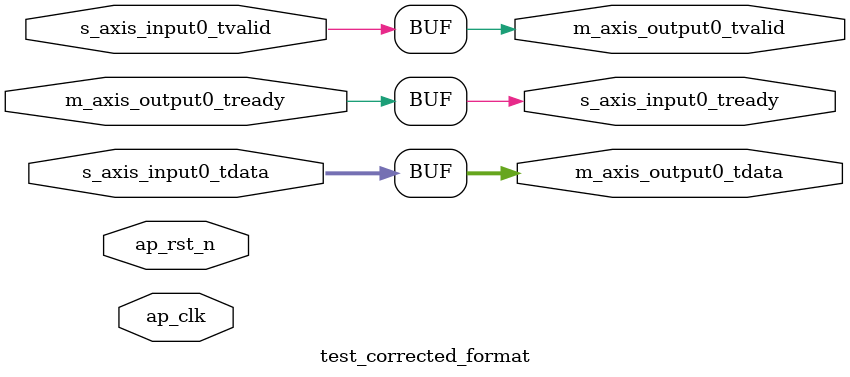
<source format=sv>


module test_corrected_format #(
    parameter INPUT0_WIDTH = 8,
    parameter SIGNED_INPUT0 = 0,
    parameter OUTPUT0_WIDTH = 8,
    parameter INPUT0_BDIM = 16,
    parameter INPUT0_SDIM = 4,
    parameter C = 64,
    parameter PE = 4
)(
    input wire ap_clk,
    input wire ap_rst_n,
    
    input wire [INPUT0_WIDTH-1:0] s_axis_input0_tdata,
    input wire s_axis_input0_tvalid,
    output wire s_axis_input0_tready,
    
    output wire [OUTPUT0_WIDTH-1:0] m_axis_output0_tdata,
    output wire m_axis_output0_tvalid,
    input wire m_axis_output0_tready
);

// Simple operation
assign m_axis_output0_tdata = s_axis_input0_tdata;
assign m_axis_output0_tvalid = s_axis_input0_tvalid;
assign s_axis_input0_tready = m_axis_output0_tready;

endmodule
</source>
